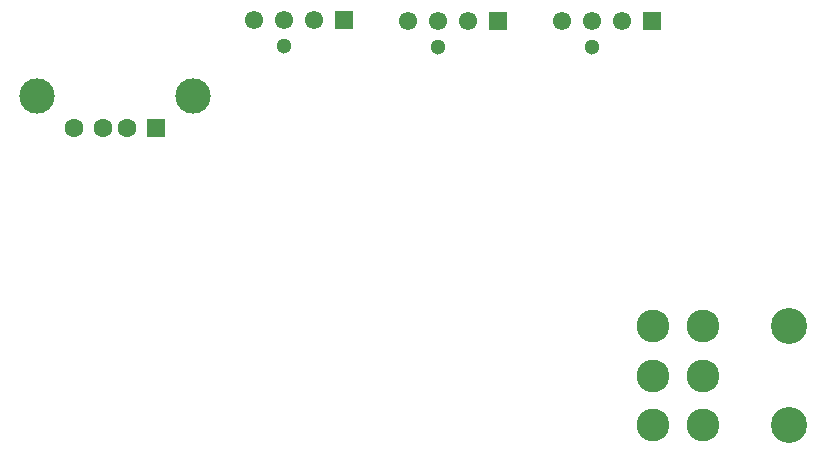
<source format=gbr>
%TF.GenerationSoftware,KiCad,Pcbnew,8.0.0*%
%TF.CreationDate,2024-03-19T18:53:16-05:00*%
%TF.ProjectId,playground,706c6179-6772-46f7-956e-642e6b696361,rev?*%
%TF.SameCoordinates,Original*%
%TF.FileFunction,Soldermask,Bot*%
%TF.FilePolarity,Negative*%
%FSLAX46Y46*%
G04 Gerber Fmt 4.6, Leading zero omitted, Abs format (unit mm)*
G04 Created by KiCad (PCBNEW 8.0.0) date 2024-03-19 18:53:16*
%MOMM*%
%LPD*%
G01*
G04 APERTURE LIST*
%ADD10C,3.050000*%
%ADD11C,2.775000*%
%ADD12C,1.300000*%
%ADD13R,1.530000X1.530000*%
%ADD14C,1.550000*%
%ADD15R,1.600000X1.500000*%
%ADD16C,1.600000*%
%ADD17C,3.000000*%
G04 APERTURE END LIST*
D10*
%TO.C,J6*%
X171644000Y-81300000D03*
X171644000Y-89700000D03*
D11*
X164344000Y-81300000D03*
X164344000Y-85500000D03*
X164344000Y-89700000D03*
X160144000Y-81300000D03*
X160144000Y-85500000D03*
X160144000Y-89700000D03*
%TD*%
D12*
%TO.C,J3*%
X141920000Y-57660000D03*
D13*
X147000000Y-55500000D03*
D14*
X144460000Y-55500000D03*
X141920000Y-55500000D03*
X139380000Y-55500000D03*
%TD*%
D15*
%TO.C,J7*%
X118070000Y-64510000D03*
D16*
X115570000Y-64510000D03*
X113570000Y-64510000D03*
X111070000Y-64510000D03*
D17*
X121140000Y-61800000D03*
X108000000Y-61800000D03*
%TD*%
D12*
%TO.C,J2*%
X128920000Y-57565000D03*
D13*
X134000000Y-55405000D03*
D14*
X131460000Y-55405000D03*
X128920000Y-55405000D03*
X126380000Y-55405000D03*
%TD*%
D12*
%TO.C,J4*%
X154920000Y-57660000D03*
D13*
X160000000Y-55500000D03*
D14*
X157460000Y-55500000D03*
X154920000Y-55500000D03*
X152380000Y-55500000D03*
%TD*%
M02*

</source>
